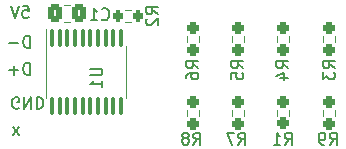
<source format=gbr>
%TF.GenerationSoftware,KiCad,Pcbnew,7.0.9*%
%TF.CreationDate,2023-12-01T13:47:35+01:00*%
%TF.ProjectId,usb-temp,7573622d-7465-46d7-902e-6b696361645f,rev?*%
%TF.SameCoordinates,Original*%
%TF.FileFunction,Legend,Bot*%
%TF.FilePolarity,Positive*%
%FSLAX46Y46*%
G04 Gerber Fmt 4.6, Leading zero omitted, Abs format (unit mm)*
G04 Created by KiCad (PCBNEW 7.0.9) date 2023-12-01 13:47:35*
%MOMM*%
%LPD*%
G01*
G04 APERTURE LIST*
G04 Aperture macros list*
%AMRoundRect*
0 Rectangle with rounded corners*
0 $1 Rounding radius*
0 $2 $3 $4 $5 $6 $7 $8 $9 X,Y pos of 4 corners*
0 Add a 4 corners polygon primitive as box body*
4,1,4,$2,$3,$4,$5,$6,$7,$8,$9,$2,$3,0*
0 Add four circle primitives for the rounded corners*
1,1,$1+$1,$2,$3*
1,1,$1+$1,$4,$5*
1,1,$1+$1,$6,$7*
1,1,$1+$1,$8,$9*
0 Add four rect primitives between the rounded corners*
20,1,$1+$1,$2,$3,$4,$5,0*
20,1,$1+$1,$4,$5,$6,$7,0*
20,1,$1+$1,$6,$7,$8,$9,0*
20,1,$1+$1,$8,$9,$2,$3,0*%
G04 Aperture macros list end*
%ADD10C,0.150000*%
%ADD11C,0.120000*%
%ADD12R,1.700000X1.700000*%
%ADD13O,1.700000X1.700000*%
%ADD14R,5.000000X1.700000*%
%ADD15RoundRect,0.237500X-0.237500X0.250000X-0.237500X-0.250000X0.237500X-0.250000X0.237500X0.250000X0*%
%ADD16RoundRect,0.250000X0.337500X0.475000X-0.337500X0.475000X-0.337500X-0.475000X0.337500X-0.475000X0*%
%ADD17RoundRect,0.237500X0.237500X-0.250000X0.237500X0.250000X-0.237500X0.250000X-0.237500X-0.250000X0*%
%ADD18RoundRect,0.100000X-0.100000X0.637500X-0.100000X-0.637500X0.100000X-0.637500X0.100000X0.637500X0*%
%ADD19RoundRect,0.200000X0.200000X0.275000X-0.200000X0.275000X-0.200000X-0.275000X0.200000X-0.275000X0*%
G04 APERTURE END LIST*
D10*
X7283220Y-4314819D02*
X7283220Y-3314819D01*
X7283220Y-3314819D02*
X7045125Y-3314819D01*
X7045125Y-3314819D02*
X6902268Y-3362438D01*
X6902268Y-3362438D02*
X6807030Y-3457676D01*
X6807030Y-3457676D02*
X6759411Y-3552914D01*
X6759411Y-3552914D02*
X6711792Y-3743390D01*
X6711792Y-3743390D02*
X6711792Y-3886247D01*
X6711792Y-3886247D02*
X6759411Y-4076723D01*
X6759411Y-4076723D02*
X6807030Y-4171961D01*
X6807030Y-4171961D02*
X6902268Y-4267200D01*
X6902268Y-4267200D02*
X7045125Y-4314819D01*
X7045125Y-4314819D02*
X7283220Y-4314819D01*
X6283220Y-3933866D02*
X5521316Y-3933866D01*
X7283220Y-6600819D02*
X7283220Y-5600819D01*
X7283220Y-5600819D02*
X7045125Y-5600819D01*
X7045125Y-5600819D02*
X6902268Y-5648438D01*
X6902268Y-5648438D02*
X6807030Y-5743676D01*
X6807030Y-5743676D02*
X6759411Y-5838914D01*
X6759411Y-5838914D02*
X6711792Y-6029390D01*
X6711792Y-6029390D02*
X6711792Y-6172247D01*
X6711792Y-6172247D02*
X6759411Y-6362723D01*
X6759411Y-6362723D02*
X6807030Y-6457961D01*
X6807030Y-6457961D02*
X6902268Y-6553200D01*
X6902268Y-6553200D02*
X7045125Y-6600819D01*
X7045125Y-6600819D02*
X7283220Y-6600819D01*
X6283220Y-6219866D02*
X5521316Y-6219866D01*
X5902268Y-6600819D02*
X5902268Y-5838914D01*
X6321588Y-9464561D02*
X6226350Y-9512180D01*
X6226350Y-9512180D02*
X6083493Y-9512180D01*
X6083493Y-9512180D02*
X5940636Y-9464561D01*
X5940636Y-9464561D02*
X5845398Y-9369323D01*
X5845398Y-9369323D02*
X5797779Y-9274085D01*
X5797779Y-9274085D02*
X5750160Y-9083609D01*
X5750160Y-9083609D02*
X5750160Y-8940752D01*
X5750160Y-8940752D02*
X5797779Y-8750276D01*
X5797779Y-8750276D02*
X5845398Y-8655038D01*
X5845398Y-8655038D02*
X5940636Y-8559800D01*
X5940636Y-8559800D02*
X6083493Y-8512180D01*
X6083493Y-8512180D02*
X6178731Y-8512180D01*
X6178731Y-8512180D02*
X6321588Y-8559800D01*
X6321588Y-8559800D02*
X6369207Y-8607419D01*
X6369207Y-8607419D02*
X6369207Y-8940752D01*
X6369207Y-8940752D02*
X6178731Y-8940752D01*
X6797779Y-8512180D02*
X6797779Y-9512180D01*
X6797779Y-9512180D02*
X7369207Y-8512180D01*
X7369207Y-8512180D02*
X7369207Y-9512180D01*
X7845398Y-8512180D02*
X7845398Y-9512180D01*
X7845398Y-9512180D02*
X8083493Y-9512180D01*
X8083493Y-9512180D02*
X8226350Y-9464561D01*
X8226350Y-9464561D02*
X8321588Y-9369323D01*
X8321588Y-9369323D02*
X8369207Y-9274085D01*
X8369207Y-9274085D02*
X8416826Y-9083609D01*
X8416826Y-9083609D02*
X8416826Y-8940752D01*
X8416826Y-8940752D02*
X8369207Y-8750276D01*
X8369207Y-8750276D02*
X8321588Y-8655038D01*
X8321588Y-8655038D02*
X8226350Y-8559800D01*
X8226350Y-8559800D02*
X8083493Y-8512180D01*
X8083493Y-8512180D02*
X7845398Y-8512180D01*
X6362458Y-11680819D02*
X5838649Y-11014152D01*
X6362458Y-11014152D02*
X5838649Y-11680819D01*
X6680030Y-774819D02*
X7156220Y-774819D01*
X7156220Y-774819D02*
X7203839Y-1251009D01*
X7203839Y-1251009D02*
X7156220Y-1203390D01*
X7156220Y-1203390D02*
X7060982Y-1155771D01*
X7060982Y-1155771D02*
X6822887Y-1155771D01*
X6822887Y-1155771D02*
X6727649Y-1203390D01*
X6727649Y-1203390D02*
X6680030Y-1251009D01*
X6680030Y-1251009D02*
X6632411Y-1346247D01*
X6632411Y-1346247D02*
X6632411Y-1584342D01*
X6632411Y-1584342D02*
X6680030Y-1679580D01*
X6680030Y-1679580D02*
X6727649Y-1727200D01*
X6727649Y-1727200D02*
X6822887Y-1774819D01*
X6822887Y-1774819D02*
X7060982Y-1774819D01*
X7060982Y-1774819D02*
X7156220Y-1727200D01*
X7156220Y-1727200D02*
X7203839Y-1679580D01*
X6346696Y-774819D02*
X6013363Y-1774819D01*
X6013363Y-1774819D02*
X5680030Y-774819D01*
X32678666Y-12519819D02*
X33011999Y-12043628D01*
X33250094Y-12519819D02*
X33250094Y-11519819D01*
X33250094Y-11519819D02*
X32869142Y-11519819D01*
X32869142Y-11519819D02*
X32773904Y-11567438D01*
X32773904Y-11567438D02*
X32726285Y-11615057D01*
X32726285Y-11615057D02*
X32678666Y-11710295D01*
X32678666Y-11710295D02*
X32678666Y-11853152D01*
X32678666Y-11853152D02*
X32726285Y-11948390D01*
X32726285Y-11948390D02*
X32773904Y-11996009D01*
X32773904Y-11996009D02*
X32869142Y-12043628D01*
X32869142Y-12043628D02*
X33250094Y-12043628D01*
X32202475Y-12519819D02*
X32011999Y-12519819D01*
X32011999Y-12519819D02*
X31916761Y-12472200D01*
X31916761Y-12472200D02*
X31869142Y-12424580D01*
X31869142Y-12424580D02*
X31773904Y-12281723D01*
X31773904Y-12281723D02*
X31726285Y-12091247D01*
X31726285Y-12091247D02*
X31726285Y-11710295D01*
X31726285Y-11710295D02*
X31773904Y-11615057D01*
X31773904Y-11615057D02*
X31821523Y-11567438D01*
X31821523Y-11567438D02*
X31916761Y-11519819D01*
X31916761Y-11519819D02*
X32107237Y-11519819D01*
X32107237Y-11519819D02*
X32202475Y-11567438D01*
X32202475Y-11567438D02*
X32250094Y-11615057D01*
X32250094Y-11615057D02*
X32297713Y-11710295D01*
X32297713Y-11710295D02*
X32297713Y-11948390D01*
X32297713Y-11948390D02*
X32250094Y-12043628D01*
X32250094Y-12043628D02*
X32202475Y-12091247D01*
X32202475Y-12091247D02*
X32107237Y-12138866D01*
X32107237Y-12138866D02*
X31916761Y-12138866D01*
X31916761Y-12138866D02*
X31821523Y-12091247D01*
X31821523Y-12091247D02*
X31773904Y-12043628D01*
X31773904Y-12043628D02*
X31726285Y-11948390D01*
X13374666Y-1883580D02*
X13422285Y-1931200D01*
X13422285Y-1931200D02*
X13565142Y-1978819D01*
X13565142Y-1978819D02*
X13660380Y-1978819D01*
X13660380Y-1978819D02*
X13803237Y-1931200D01*
X13803237Y-1931200D02*
X13898475Y-1835961D01*
X13898475Y-1835961D02*
X13946094Y-1740723D01*
X13946094Y-1740723D02*
X13993713Y-1550247D01*
X13993713Y-1550247D02*
X13993713Y-1407390D01*
X13993713Y-1407390D02*
X13946094Y-1216914D01*
X13946094Y-1216914D02*
X13898475Y-1121676D01*
X13898475Y-1121676D02*
X13803237Y-1026438D01*
X13803237Y-1026438D02*
X13660380Y-978819D01*
X13660380Y-978819D02*
X13565142Y-978819D01*
X13565142Y-978819D02*
X13422285Y-1026438D01*
X13422285Y-1026438D02*
X13374666Y-1074057D01*
X12422285Y-1978819D02*
X12993713Y-1978819D01*
X12707999Y-1978819D02*
X12707999Y-978819D01*
X12707999Y-978819D02*
X12803237Y-1121676D01*
X12803237Y-1121676D02*
X12898475Y-1216914D01*
X12898475Y-1216914D02*
X12993713Y-1264533D01*
X28868666Y-12519819D02*
X29201999Y-12043628D01*
X29440094Y-12519819D02*
X29440094Y-11519819D01*
X29440094Y-11519819D02*
X29059142Y-11519819D01*
X29059142Y-11519819D02*
X28963904Y-11567438D01*
X28963904Y-11567438D02*
X28916285Y-11615057D01*
X28916285Y-11615057D02*
X28868666Y-11710295D01*
X28868666Y-11710295D02*
X28868666Y-11853152D01*
X28868666Y-11853152D02*
X28916285Y-11948390D01*
X28916285Y-11948390D02*
X28963904Y-11996009D01*
X28963904Y-11996009D02*
X29059142Y-12043628D01*
X29059142Y-12043628D02*
X29440094Y-12043628D01*
X27916285Y-12519819D02*
X28487713Y-12519819D01*
X28201999Y-12519819D02*
X28201999Y-11519819D01*
X28201999Y-11519819D02*
X28297237Y-11662676D01*
X28297237Y-11662676D02*
X28392475Y-11757914D01*
X28392475Y-11757914D02*
X28487713Y-11805533D01*
X12408819Y-6096095D02*
X13218342Y-6096095D01*
X13218342Y-6096095D02*
X13313580Y-6143714D01*
X13313580Y-6143714D02*
X13361200Y-6191333D01*
X13361200Y-6191333D02*
X13408819Y-6286571D01*
X13408819Y-6286571D02*
X13408819Y-6477047D01*
X13408819Y-6477047D02*
X13361200Y-6572285D01*
X13361200Y-6572285D02*
X13313580Y-6619904D01*
X13313580Y-6619904D02*
X13218342Y-6667523D01*
X13218342Y-6667523D02*
X12408819Y-6667523D01*
X13408819Y-7667523D02*
X13408819Y-7096095D01*
X13408819Y-7381809D02*
X12408819Y-7381809D01*
X12408819Y-7381809D02*
X12551676Y-7286571D01*
X12551676Y-7286571D02*
X12646914Y-7191333D01*
X12646914Y-7191333D02*
X12694533Y-7096095D01*
X25346819Y-6056333D02*
X24870628Y-5723000D01*
X25346819Y-5484905D02*
X24346819Y-5484905D01*
X24346819Y-5484905D02*
X24346819Y-5865857D01*
X24346819Y-5865857D02*
X24394438Y-5961095D01*
X24394438Y-5961095D02*
X24442057Y-6008714D01*
X24442057Y-6008714D02*
X24537295Y-6056333D01*
X24537295Y-6056333D02*
X24680152Y-6056333D01*
X24680152Y-6056333D02*
X24775390Y-6008714D01*
X24775390Y-6008714D02*
X24823009Y-5961095D01*
X24823009Y-5961095D02*
X24870628Y-5865857D01*
X24870628Y-5865857D02*
X24870628Y-5484905D01*
X24346819Y-6961095D02*
X24346819Y-6484905D01*
X24346819Y-6484905D02*
X24823009Y-6437286D01*
X24823009Y-6437286D02*
X24775390Y-6484905D01*
X24775390Y-6484905D02*
X24727771Y-6580143D01*
X24727771Y-6580143D02*
X24727771Y-6818238D01*
X24727771Y-6818238D02*
X24775390Y-6913476D01*
X24775390Y-6913476D02*
X24823009Y-6961095D01*
X24823009Y-6961095D02*
X24918247Y-7008714D01*
X24918247Y-7008714D02*
X25156342Y-7008714D01*
X25156342Y-7008714D02*
X25251580Y-6961095D01*
X25251580Y-6961095D02*
X25299200Y-6913476D01*
X25299200Y-6913476D02*
X25346819Y-6818238D01*
X25346819Y-6818238D02*
X25346819Y-6580143D01*
X25346819Y-6580143D02*
X25299200Y-6484905D01*
X25299200Y-6484905D02*
X25251580Y-6437286D01*
X21536819Y-6056333D02*
X21060628Y-5723000D01*
X21536819Y-5484905D02*
X20536819Y-5484905D01*
X20536819Y-5484905D02*
X20536819Y-5865857D01*
X20536819Y-5865857D02*
X20584438Y-5961095D01*
X20584438Y-5961095D02*
X20632057Y-6008714D01*
X20632057Y-6008714D02*
X20727295Y-6056333D01*
X20727295Y-6056333D02*
X20870152Y-6056333D01*
X20870152Y-6056333D02*
X20965390Y-6008714D01*
X20965390Y-6008714D02*
X21013009Y-5961095D01*
X21013009Y-5961095D02*
X21060628Y-5865857D01*
X21060628Y-5865857D02*
X21060628Y-5484905D01*
X20536819Y-6913476D02*
X20536819Y-6723000D01*
X20536819Y-6723000D02*
X20584438Y-6627762D01*
X20584438Y-6627762D02*
X20632057Y-6580143D01*
X20632057Y-6580143D02*
X20774914Y-6484905D01*
X20774914Y-6484905D02*
X20965390Y-6437286D01*
X20965390Y-6437286D02*
X21346342Y-6437286D01*
X21346342Y-6437286D02*
X21441580Y-6484905D01*
X21441580Y-6484905D02*
X21489200Y-6532524D01*
X21489200Y-6532524D02*
X21536819Y-6627762D01*
X21536819Y-6627762D02*
X21536819Y-6818238D01*
X21536819Y-6818238D02*
X21489200Y-6913476D01*
X21489200Y-6913476D02*
X21441580Y-6961095D01*
X21441580Y-6961095D02*
X21346342Y-7008714D01*
X21346342Y-7008714D02*
X21108247Y-7008714D01*
X21108247Y-7008714D02*
X21013009Y-6961095D01*
X21013009Y-6961095D02*
X20965390Y-6913476D01*
X20965390Y-6913476D02*
X20917771Y-6818238D01*
X20917771Y-6818238D02*
X20917771Y-6627762D01*
X20917771Y-6627762D02*
X20965390Y-6532524D01*
X20965390Y-6532524D02*
X21013009Y-6484905D01*
X21013009Y-6484905D02*
X21108247Y-6437286D01*
X24931666Y-12519819D02*
X25264999Y-12043628D01*
X25503094Y-12519819D02*
X25503094Y-11519819D01*
X25503094Y-11519819D02*
X25122142Y-11519819D01*
X25122142Y-11519819D02*
X25026904Y-11567438D01*
X25026904Y-11567438D02*
X24979285Y-11615057D01*
X24979285Y-11615057D02*
X24931666Y-11710295D01*
X24931666Y-11710295D02*
X24931666Y-11853152D01*
X24931666Y-11853152D02*
X24979285Y-11948390D01*
X24979285Y-11948390D02*
X25026904Y-11996009D01*
X25026904Y-11996009D02*
X25122142Y-12043628D01*
X25122142Y-12043628D02*
X25503094Y-12043628D01*
X24598332Y-11519819D02*
X23931666Y-11519819D01*
X23931666Y-11519819D02*
X24360237Y-12519819D01*
X18107819Y-1484333D02*
X17631628Y-1151000D01*
X18107819Y-912905D02*
X17107819Y-912905D01*
X17107819Y-912905D02*
X17107819Y-1293857D01*
X17107819Y-1293857D02*
X17155438Y-1389095D01*
X17155438Y-1389095D02*
X17203057Y-1436714D01*
X17203057Y-1436714D02*
X17298295Y-1484333D01*
X17298295Y-1484333D02*
X17441152Y-1484333D01*
X17441152Y-1484333D02*
X17536390Y-1436714D01*
X17536390Y-1436714D02*
X17584009Y-1389095D01*
X17584009Y-1389095D02*
X17631628Y-1293857D01*
X17631628Y-1293857D02*
X17631628Y-912905D01*
X17203057Y-1865286D02*
X17155438Y-1912905D01*
X17155438Y-1912905D02*
X17107819Y-2008143D01*
X17107819Y-2008143D02*
X17107819Y-2246238D01*
X17107819Y-2246238D02*
X17155438Y-2341476D01*
X17155438Y-2341476D02*
X17203057Y-2389095D01*
X17203057Y-2389095D02*
X17298295Y-2436714D01*
X17298295Y-2436714D02*
X17393533Y-2436714D01*
X17393533Y-2436714D02*
X17536390Y-2389095D01*
X17536390Y-2389095D02*
X18107819Y-1817667D01*
X18107819Y-1817667D02*
X18107819Y-2436714D01*
X33093819Y-6056333D02*
X32617628Y-5723000D01*
X33093819Y-5484905D02*
X32093819Y-5484905D01*
X32093819Y-5484905D02*
X32093819Y-5865857D01*
X32093819Y-5865857D02*
X32141438Y-5961095D01*
X32141438Y-5961095D02*
X32189057Y-6008714D01*
X32189057Y-6008714D02*
X32284295Y-6056333D01*
X32284295Y-6056333D02*
X32427152Y-6056333D01*
X32427152Y-6056333D02*
X32522390Y-6008714D01*
X32522390Y-6008714D02*
X32570009Y-5961095D01*
X32570009Y-5961095D02*
X32617628Y-5865857D01*
X32617628Y-5865857D02*
X32617628Y-5484905D01*
X32093819Y-6389667D02*
X32093819Y-7008714D01*
X32093819Y-7008714D02*
X32474771Y-6675381D01*
X32474771Y-6675381D02*
X32474771Y-6818238D01*
X32474771Y-6818238D02*
X32522390Y-6913476D01*
X32522390Y-6913476D02*
X32570009Y-6961095D01*
X32570009Y-6961095D02*
X32665247Y-7008714D01*
X32665247Y-7008714D02*
X32903342Y-7008714D01*
X32903342Y-7008714D02*
X32998580Y-6961095D01*
X32998580Y-6961095D02*
X33046200Y-6913476D01*
X33046200Y-6913476D02*
X33093819Y-6818238D01*
X33093819Y-6818238D02*
X33093819Y-6532524D01*
X33093819Y-6532524D02*
X33046200Y-6437286D01*
X33046200Y-6437286D02*
X32998580Y-6389667D01*
X21121666Y-12519819D02*
X21454999Y-12043628D01*
X21693094Y-12519819D02*
X21693094Y-11519819D01*
X21693094Y-11519819D02*
X21312142Y-11519819D01*
X21312142Y-11519819D02*
X21216904Y-11567438D01*
X21216904Y-11567438D02*
X21169285Y-11615057D01*
X21169285Y-11615057D02*
X21121666Y-11710295D01*
X21121666Y-11710295D02*
X21121666Y-11853152D01*
X21121666Y-11853152D02*
X21169285Y-11948390D01*
X21169285Y-11948390D02*
X21216904Y-11996009D01*
X21216904Y-11996009D02*
X21312142Y-12043628D01*
X21312142Y-12043628D02*
X21693094Y-12043628D01*
X20550237Y-11948390D02*
X20645475Y-11900771D01*
X20645475Y-11900771D02*
X20693094Y-11853152D01*
X20693094Y-11853152D02*
X20740713Y-11757914D01*
X20740713Y-11757914D02*
X20740713Y-11710295D01*
X20740713Y-11710295D02*
X20693094Y-11615057D01*
X20693094Y-11615057D02*
X20645475Y-11567438D01*
X20645475Y-11567438D02*
X20550237Y-11519819D01*
X20550237Y-11519819D02*
X20359761Y-11519819D01*
X20359761Y-11519819D02*
X20264523Y-11567438D01*
X20264523Y-11567438D02*
X20216904Y-11615057D01*
X20216904Y-11615057D02*
X20169285Y-11710295D01*
X20169285Y-11710295D02*
X20169285Y-11757914D01*
X20169285Y-11757914D02*
X20216904Y-11853152D01*
X20216904Y-11853152D02*
X20264523Y-11900771D01*
X20264523Y-11900771D02*
X20359761Y-11948390D01*
X20359761Y-11948390D02*
X20550237Y-11948390D01*
X20550237Y-11948390D02*
X20645475Y-11996009D01*
X20645475Y-11996009D02*
X20693094Y-12043628D01*
X20693094Y-12043628D02*
X20740713Y-12138866D01*
X20740713Y-12138866D02*
X20740713Y-12329342D01*
X20740713Y-12329342D02*
X20693094Y-12424580D01*
X20693094Y-12424580D02*
X20645475Y-12472200D01*
X20645475Y-12472200D02*
X20550237Y-12519819D01*
X20550237Y-12519819D02*
X20359761Y-12519819D01*
X20359761Y-12519819D02*
X20264523Y-12472200D01*
X20264523Y-12472200D02*
X20216904Y-12424580D01*
X20216904Y-12424580D02*
X20169285Y-12329342D01*
X20169285Y-12329342D02*
X20169285Y-12138866D01*
X20169285Y-12138866D02*
X20216904Y-12043628D01*
X20216904Y-12043628D02*
X20264523Y-11996009D01*
X20264523Y-11996009D02*
X20359761Y-11948390D01*
X29156819Y-6056333D02*
X28680628Y-5723000D01*
X29156819Y-5484905D02*
X28156819Y-5484905D01*
X28156819Y-5484905D02*
X28156819Y-5865857D01*
X28156819Y-5865857D02*
X28204438Y-5961095D01*
X28204438Y-5961095D02*
X28252057Y-6008714D01*
X28252057Y-6008714D02*
X28347295Y-6056333D01*
X28347295Y-6056333D02*
X28490152Y-6056333D01*
X28490152Y-6056333D02*
X28585390Y-6008714D01*
X28585390Y-6008714D02*
X28633009Y-5961095D01*
X28633009Y-5961095D02*
X28680628Y-5865857D01*
X28680628Y-5865857D02*
X28680628Y-5484905D01*
X28490152Y-6913476D02*
X29156819Y-6913476D01*
X28109200Y-6675381D02*
X28823485Y-6437286D01*
X28823485Y-6437286D02*
X28823485Y-7056333D01*
D11*
%TO.C,R9*%
X33102500Y-9575276D02*
X33102500Y-10084724D01*
X32057500Y-9575276D02*
X32057500Y-10084724D01*
%TO.C,C1*%
X10701252Y-2135000D02*
X10178748Y-2135000D01*
X10701252Y-665000D02*
X10178748Y-665000D01*
%TO.C,R1*%
X28187500Y-10074724D02*
X28187500Y-9565276D01*
X29232500Y-10074724D02*
X29232500Y-9565276D01*
%TO.C,U1*%
X15450000Y-6350000D02*
X15450000Y-4150000D01*
X15450000Y-6350000D02*
X15450000Y-8550000D01*
X8680000Y-6350000D02*
X8680000Y-2750000D01*
X8680000Y-6350000D02*
X8680000Y-8550000D01*
%TO.C,R5*%
X25402500Y-3325276D02*
X25402500Y-3834724D01*
X24357500Y-3325276D02*
X24357500Y-3834724D01*
%TO.C,R6*%
X21592500Y-3325276D02*
X21592500Y-3834724D01*
X20547500Y-3325276D02*
X20547500Y-3834724D01*
%TO.C,R7*%
X25402500Y-9575276D02*
X25402500Y-10084724D01*
X24357500Y-9575276D02*
X24357500Y-10084724D01*
%TO.C,R2*%
X15827258Y-2142500D02*
X15352742Y-2142500D01*
X15827258Y-1097500D02*
X15352742Y-1097500D01*
%TO.C,R3*%
X33102500Y-3325276D02*
X33102500Y-3834724D01*
X32057500Y-3325276D02*
X32057500Y-3834724D01*
%TO.C,R8*%
X21592500Y-9575276D02*
X21592500Y-10084724D01*
X20547500Y-9575276D02*
X20547500Y-10084724D01*
%TO.C,R4*%
X29232500Y-3315276D02*
X29232500Y-3824724D01*
X28187500Y-3315276D02*
X28187500Y-3824724D01*
%TD*%
%LPC*%
D12*
%TO.C,USB_2_Out1*%
X38310000Y-1200000D03*
D13*
X38310000Y-3740000D03*
X38310000Y-6280000D03*
X38310000Y-8820000D03*
X38310000Y-11360000D03*
%TD*%
%TO.C,J3*%
X34590000Y-1190000D03*
X34590000Y-3730000D03*
X34590000Y-6270000D03*
X34590000Y-8810000D03*
D12*
X34590000Y-11350000D03*
%TD*%
%TO.C,J5*%
X26820000Y-1950000D03*
D13*
X26820000Y-4490000D03*
%TD*%
D12*
%TO.C,J1*%
X26820000Y-10758332D03*
D13*
X26820000Y-8218332D03*
%TD*%
D12*
%TO.C,J9*%
X19160000Y-8208332D03*
D13*
X19160000Y-10748332D03*
%TD*%
D12*
%TO.C,J4*%
X30580000Y-1950000D03*
D13*
X30580000Y-4490000D03*
%TD*%
D12*
%TO.C,J7*%
X19170000Y-1950000D03*
D13*
X19170000Y-4490000D03*
%TD*%
D12*
%TO.C,J8*%
X22966666Y-8208332D03*
D13*
X22966666Y-10748332D03*
%TD*%
D12*
%TO.C,J6*%
X22966666Y-1950000D03*
D13*
X22966666Y-4490000D03*
%TD*%
D14*
%TO.C,J2*%
X2794000Y-1270000D03*
X2794000Y-3810000D03*
X2794000Y-6350000D03*
X2794000Y-8890000D03*
X2794000Y-11430000D03*
%TD*%
D12*
%TO.C,J10*%
X30580000Y-8208332D03*
D13*
X30580000Y-10748332D03*
%TD*%
D15*
%TO.C,R9*%
X32580000Y-8917500D03*
X32580000Y-10742500D03*
%TD*%
D16*
%TO.C,C1*%
X11477500Y-1400000D03*
X9402500Y-1400000D03*
%TD*%
D17*
%TO.C,R1*%
X28710000Y-10732500D03*
X28710000Y-8907500D03*
%TD*%
D18*
%TO.C,U1*%
X9140000Y-3487500D03*
X9790000Y-3487500D03*
X10440000Y-3487500D03*
X11090000Y-3487500D03*
X11740000Y-3487500D03*
X12390000Y-3487500D03*
X13040000Y-3487500D03*
X13690000Y-3487500D03*
X14340000Y-3487500D03*
X14990000Y-3487500D03*
X14990000Y-9212500D03*
X14340000Y-9212500D03*
X13690000Y-9212500D03*
X13040000Y-9212500D03*
X12390000Y-9212500D03*
X11740000Y-9212500D03*
X11090000Y-9212500D03*
X10440000Y-9212500D03*
X9790000Y-9212500D03*
X9140000Y-9212500D03*
%TD*%
D15*
%TO.C,R5*%
X24880000Y-2667500D03*
X24880000Y-4492500D03*
%TD*%
%TO.C,R6*%
X21070000Y-2667500D03*
X21070000Y-4492500D03*
%TD*%
%TO.C,R7*%
X24880000Y-8917500D03*
X24880000Y-10742500D03*
%TD*%
D19*
%TO.C,R2*%
X16415000Y-1620000D03*
X14765000Y-1620000D03*
%TD*%
D15*
%TO.C,R3*%
X32580000Y-2667500D03*
X32580000Y-4492500D03*
%TD*%
%TO.C,R8*%
X21070000Y-8917500D03*
X21070000Y-10742500D03*
%TD*%
%TO.C,R4*%
X28710000Y-2657500D03*
X28710000Y-4482500D03*
%TD*%
%LPD*%
M02*

</source>
